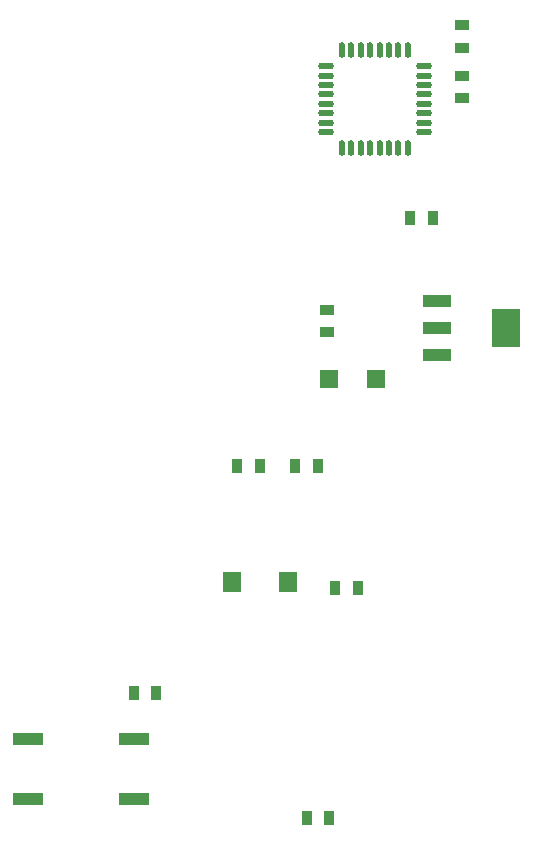
<source format=gtp>
G04*
G04 #@! TF.GenerationSoftware,Altium Limited,Altium Designer,21.0.9 (235)*
G04*
G04 Layer_Color=8421504*
%FSTAX24Y24*%
%MOIN*%
G70*
G04*
G04 #@! TF.SameCoordinates,7FC3A568-097F-4849-A274-7F7CC5E3089F*
G04*
G04*
G04 #@! TF.FilePolarity,Positive*
G04*
G01*
G75*
%ADD26R,0.0512X0.0354*%
%ADD27R,0.0354X0.0512*%
%ADD28R,0.0945X0.1299*%
%ADD29R,0.0945X0.0394*%
%ADD30R,0.0600X0.0600*%
%ADD31R,0.0630X0.0709*%
%ADD32R,0.0992X0.0440*%
%ADD33O,0.0531X0.0217*%
%ADD34O,0.0217X0.0531*%
D26*
X04874Y042382D02*
D03*
Y04313D02*
D03*
Y040709D02*
D03*
Y041457D02*
D03*
X044242Y033652D02*
D03*
Y032904D02*
D03*
D27*
X047785Y036693D02*
D03*
X047037D02*
D03*
X04126Y028455D02*
D03*
X042008D02*
D03*
X043947Y028435D02*
D03*
X043199D02*
D03*
X038553Y020866D02*
D03*
X037805D02*
D03*
X043583Y016703D02*
D03*
X044331D02*
D03*
X044528Y02437D02*
D03*
X045276D02*
D03*
D28*
X050217Y033031D02*
D03*
D29*
X047933Y032126D02*
D03*
Y033031D02*
D03*
Y033937D02*
D03*
D30*
X045901Y031329D02*
D03*
X044331Y031339D02*
D03*
D31*
X042943Y024587D02*
D03*
X041093D02*
D03*
D32*
X034273Y017337D02*
D03*
Y019337D02*
D03*
X037814D02*
D03*
Y017337D02*
D03*
D33*
X04748Y039567D02*
D03*
Y039882D02*
D03*
Y040197D02*
D03*
Y040512D02*
D03*
Y040827D02*
D03*
Y041142D02*
D03*
Y041457D02*
D03*
Y041772D02*
D03*
X044213D02*
D03*
Y041457D02*
D03*
Y041142D02*
D03*
Y040827D02*
D03*
Y040512D02*
D03*
Y040197D02*
D03*
Y039882D02*
D03*
Y039567D02*
D03*
D34*
X046949Y042303D02*
D03*
X046634D02*
D03*
X046319D02*
D03*
X046004D02*
D03*
X045689D02*
D03*
X045374D02*
D03*
X045059D02*
D03*
X044744D02*
D03*
Y039035D02*
D03*
X045059D02*
D03*
X045374D02*
D03*
X045689D02*
D03*
X046004D02*
D03*
X046319D02*
D03*
X046634D02*
D03*
X046949D02*
D03*
M02*

</source>
